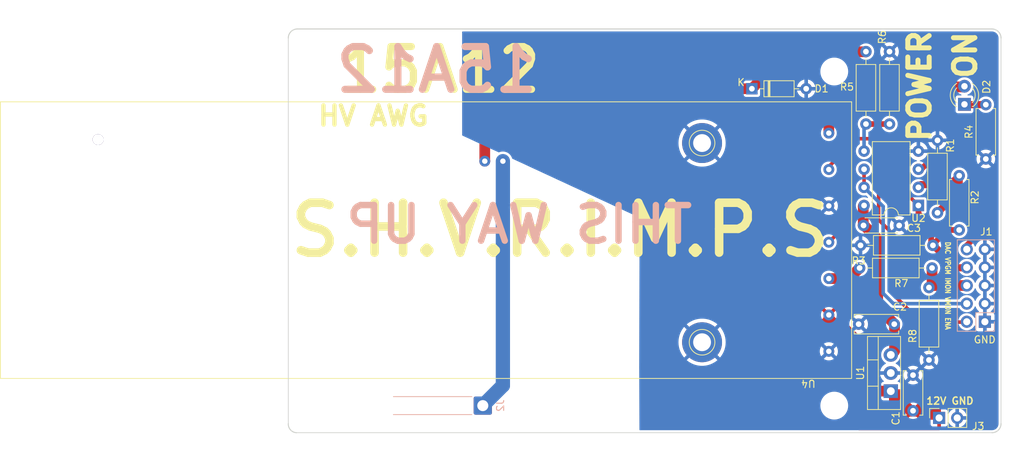
<source format=kicad_pcb>
(kicad_pcb (version 20211014) (generator pcbnew)
  (layers (0 "F.Cu" signal) (31 "B.Cu" signal) (34 "B.Paste" user) (35 "F.Paste" user) (36 "B.SilkS" user "B.Silkscreen") (37 "F.SilkS" user "F.Silkscreen") (38 "B.Mask" user) (39 "F.Mask" user) (44 "Edge.Cuts" user))
  (net 0 "")
  (net 1 "+12V")
  (net 2 "+5V")
  (net 3 "Net-(D2-Pad1)")
  (net 4 "Net-(D2-Pad2)")
  (net 5 "VPGM")
  (net 6 "Net-(R1-Pad1)")
  (net 7 "DAC_SIG")
  (net 8 "VMON")
  (net 9 "IMON")
  (net 10 "VMON_OPAMP")
  (net 11 "VMON_3V3")
  (net 12 "IMON_3V3")
  (net 13 "Net-(J2-Pad1)")
  (net 14 "ENABLE")
  (net 15 "SGND")
  (footprint "Resistor_THT:R_Axial_DIN0207_L6.3mm_D2.5mm_P10.16mm_Horizontal" (layer "F.Cu") (at 181.483 49.149 90)
    (fp_text reference "R1" (at 9.4234 1.8034 90) (layer "F.SilkS"))
    (fp_text value "4.7k")
    (fp_line (start 1.81 1.37) (end 8.35 1.37) (layer "F.SilkS") (width 0.12))
    (fp_line (start 8.35 -1.37) (end 1.81 -1.37) (layer "F.SilkS") (width 0.12))
    (fp_line (start 9.12 0) (end 8.35 0) (layer "F.SilkS") (width 0.12))
    (fp_line (start 1.04 0) (end 1.81 0) (layer "F.SilkS") (width 0.12))
    (fp_line (start 8.35 1.37) (end 8.35 -1.37) (layer "F.SilkS") (width 0.12))
    (fp_line (start 1.81 -1.37) (end 1.81 1.37) (layer "F.SilkS") (width 0.12))
    (pad "1" thru_hole circle (at 0 0 90) (size 1.6 1.6) (drill 0.8) (layers *.Cu *.Mask) (net 6 "Net-(R1-Pad1)"))
    (pad "2" thru_hole oval (at 10.16 0 90) (size 1.6 1.6) (drill 0.8) (layers *.Cu *.Mask) (net 15 "SGND"))
  )
  (footprint "MountingHole:MountingHole_3.2mm_M3" (layer "F.Cu") (at 167.005 76.2 180)
    (fp_text reference " " (at 0 -4.2 180) (layer "F.SilkS"))
    (fp_text value "MountingHole_3.2mm_M3")
    (pad "" np_thru_hole circle (at 0 0 180) (size 3.2 3.2) (drill 3.2) (layers *.Cu *.Mask))
  )
  (footprint "Diode_THT:D_DO-35_SOD27_P7.62mm_Horizontal" (layer "F.Cu") (at 155.448 31.75)
    (fp_text reference "D1" (at 9.779 0) (layer "F.SilkS"))
    (fp_text value "TZX3V6A-TR")
    (fp_text user "K" (at -1.524 -0.889) (layer "F.SilkS"))
    (fp_line (start 1.04 0) (end 1.69 0) (layer "F.SilkS") (width 0.12))
    (fp_line (start 2.41 -1.12) (end 2.41 1.12) (layer "F.SilkS") (width 0.12))
    (fp_line (start 2.53 -1.12) (end 2.53 1.12) (layer "F.SilkS") (width 0.12))
    (fp_line (start 5.93 -1.12) (end 1.69 -1.12) (layer "F.SilkS") (width 0.12))
    (fp_line (start 1.69 -1.12) (end 1.69 1.12) (layer "F.SilkS") (width 0.12))
    (fp_line (start 6.58 0) (end 5.93 0) (layer "F.SilkS") (width 0.12))
    (fp_line (start 1.69 1.12) (end 5.93 1.12) (layer "F.SilkS") (width 0.12))
    (fp_line (start 5.93 1.12) (end 5.93 -1.12) (layer "F.SilkS") (width 0.12))
    (fp_line (start 2.29 -1.12) (end 2.29 1.12) (layer "F.SilkS") (width 0.12))
    (pad "1" thru_hole rect (at 0 0) (size 1.6 1.6) (drill 0.8) (layers *.Cu *.Mask) (net 8 "VMON"))
    (pad "2" thru_hole oval (at 7.62 0) (size 1.6 1.6) (drill 0.8) (layers *.Cu *.Mask) (net 15 "SGND"))
  )
  (footprint "Capacitor_THT:C_Disc_D6.0mm_W2.5mm_P5.00mm" (layer "F.Cu") (at 178.054 76.922 90)
    (fp_text reference "C1" (at -1.056 -2.413 90) (layer "F.SilkS"))
    (fp_text value "0.1uF")
    (fp_line (start 5.62 -1.37) (end 5.62 -0.925) (layer "F.SilkS") (width 0.12))
    (fp_line (start -0.62 0.925) (end -0.62 1.37) (layer "F.SilkS") (width 0.12))
    (fp_line (start -0.62 -1.37) (end 5.62 -1.37) (layer "F.SilkS") (width 0.12))
    (fp_line (start 5.62 0.925) (end 5.62 1.37) (layer "F.SilkS") (width 0.12))
    (fp_line (start -0.62 -1.37) (end -0.62 -0.925) (layer "F.SilkS") (width 0.12))
    (fp_line (start -0.62 1.37) (end 5.62 1.37) (layer "F.SilkS") (width 0.12))
    (pad "1" thru_hole circle (at 0 0 90) (size 1.6 1.6) (drill 0.8) (layers *.Cu *.Mask) (net 1 "+12V"))
    (pad "2" thru_hole circle (at 5 0 90) (size 1.6 1.6) (drill 0.8) (layers *.Cu *.Mask) (net 15 "SGND"))
  )
  (footprint "Resistor_THT:R_Axial_DIN0207_L6.3mm_D2.5mm_P10.16mm_Horizontal" (layer "F.Cu") (at 180.721 56.896 180)
    (fp_text reference "R7" (at 4.318 -2.159) (layer "F.SilkS"))
    (fp_text value "3k9")
    (fp_line (start 1.81 -1.37) (end 1.81 1.37) (layer "F.SilkS") (width 0.12))
    (fp_line (start 1.81 1.37) (end 8.35 1.37) (layer "F.SilkS") (width 0.12))
    (fp_line (start 1.04 0) (end 1.81 0) (layer "F.SilkS") (width 0.12))
    (fp_line (start 9.12 0) (end 8.35 0) (layer "F.SilkS") (width 0.12))
    (fp_line (start 8.35 -1.37) (end 1.81 -1.37) (layer "F.SilkS") (width 0.12))
    (fp_line (start 8.35 1.37) (end 8.35 -1.37) (layer "F.SilkS") (width 0.12))
    (pad "1" thru_hole circle (at 0 0 180) (size 1.6 1.6) (drill 0.8) (layers *.Cu *.Mask) (net 12 "IMON_3V3"))
    (pad "2" thru_hole oval (at 10.16 0 180) (size 1.6 1.6) (drill 0.8) (layers *.Cu *.Mask) (net 9 "IMON"))
  )
  (footprint "MountingHole:MountingHole_3.2mm_M3" (layer "F.Cu") (at 94 76.2 180)
    (fp_text reference " " (at 0 -4.2 180) (layer "F.SilkS"))
    (fp_text value "MountingHole_3.2mm_M3")
    (pad "" np_thru_hole circle (at 0 0 180) (size 3.2 3.2) (drill 3.2) (layers *.Cu *.Mask))
  )
  (footprint "Resistor_THT:R_Axial_DIN0207_L6.3mm_D2.5mm_P10.16mm_Horizontal" (layer "F.Cu") (at 171.45 36.703 90)
    (fp_text reference "R5" (at 5.207 -2.667 180) (layer "F.SilkS"))
    (fp_text value "3k9")
    (fp_line (start 9.12 0) (end 8.35 0) (layer "F.SilkS") (width 0.12))
    (fp_line (start 1.04 0) (end 1.81 0) (layer "F.SilkS") (width 0.12))
    (fp_line (start 8.35 -1.37) (end 1.81 -1.37) (layer "F.SilkS") (width 0.12))
    (fp_line (start 1.81 1.37) (end 8.35 1.37) (layer "F.SilkS") (width 0.12))
    (fp_line (start 1.81 -1.37) (end 1.81 1.37) (layer "F.SilkS") (width 0.12))
    (fp_line (start 8.35 1.37) (end 8.35 -1.37) (layer "F.SilkS") (width 0.12))
    (pad "1" thru_hole circle (at 0 0 90) (size 1.6 1.6) (drill 0.8) (layers *.Cu *.Mask) (net 10 "VMON_OPAMP"))
    (pad "2" thru_hole oval (at 10.16 0 90) (size 1.6 1.6) (drill 0.8) (layers *.Cu *.Mask) (net 8 "VMON"))
  )
  (footprint "MountingHole:MountingHole_3.2mm_M3_DIN965_Pad" (layer "F.Cu") (at 148.463 67.31)
    (fp_text reference " " (at 0 -3.8) (layer "F.SilkS"))
    (fp_text value "MountingHole_3.2mm_M3_DIN965_Pad")
    (pad "1" thru_hole circle (at 0 0) (size 5.6 5.6) (drill 2.5) (layers *.Cu *.Mask) (net 15 "SGND"))
  )
  (footprint "MountingHole:MountingHole_3.2mm_M3" (layer "F.Cu") (at 167.005 29.337 180)
    (fp_text reference " " (at 0 -4.2 180) (layer "F.SilkS"))
    (fp_text value "MountingHole_3.2mm_M3")
    (pad "" np_thru_hole circle (at 0 0 180) (size 3.2 3.2) (drill 3.2) (layers *.Cu *.Mask))
  )
  (footprint "Resistor_THT:R_Axial_DIN0207_L6.3mm_D2.5mm_P7.62mm_Horizontal" (layer "F.Cu") (at 188.2648 41.6052 90)
    (fp_text reference "R4" (at 3.81 -2.37 90) (layer "F.SilkS"))
    (fp_text value "2.2k")
    (fp_line (start 0.54 1.37) (end 7.08 1.37) (layer "F.SilkS") (width 0.12))
    (fp_line (start 0.54 -1.04) (end 0.54 -1.37) (layer "F.SilkS") (width 0.12))
    (fp_line (start 7.08 -1.37) (end 7.08 -1.04) (layer "F.SilkS") (width 0.12))
    (fp_line (start 0.54 1.04) (end 0.54 1.37) (layer "F.SilkS") (width 0.12))
    (fp_line (start 0.54 -1.37) (end 7.08 -1.37) (layer "F.SilkS") (width 0.12))
    (fp_line (start 7.08 1.37) (end 7.08 1.04) (layer "F.SilkS") (width 0.12))
    (pad "1" thru_hole circle (at 0 0 90) (size 1.6 1.6) (drill 0.8) (layers *.Cu *.Mask) (net 15 "SGND"))
    (pad "2" thru_hole oval (at 7.62 0 90) (size 1.6 1.6) (drill 0.8) (layers *.Cu *.Mask) (net 3 "Net-(D2-Pad1)"))
  )
  (footprint "LED_THT:LED_D3.0mm_Clear" (layer "F.Cu") (at 185.2676 33.9394 90)
    (fp_text reference "D2" (at 2.4434 3.0988 90) (layer "F.SilkS"))
    (fp_text value "LED")
    (fp_line (start -0.29 1.08) (end -0.29 1.236) (layer "F.SilkS") (width 0.12))
    (fp_line (start -0.29 -1.236) (end -0.29 -1.08) (layer "F.SilkS") (width 0.12))
    (fp_arc (start 2.942335 1.078608) (mid 1.366487 1.987659) (end -0.29 1.235516) (layer "F.SilkS") (width 0.12))
    (fp_arc (start 2.31113 1.079837) (mid 1.270117 1.5) (end 0.229039 1.08) (layer "F.SilkS") (width 0.12))
    (fp_arc (start 0.229039 -1.08) (mid 1.270117 -1.5) (end 2.31113 -1.079837) (layer "F.SilkS") (width 0.12))
    (fp_arc (start -0.29 -1.235516) (mid 1.366487 -1.987659) (end 2.942335 -1.078608) (layer "F.SilkS") (width 0.12))
    (pad "1" thru_hole rect (at 0 0 90) (size 1.8 1.8) (drill 0.9) (layers *.Cu *.Mask) (net 3 "Net-(D2-Pad1)"))
    (pad "2" thru_hole circle (at 2.54 0 90) (size 1.8 1.8) (drill 0.9) (layers *.Cu *.Mask) (net 4 "Net-(D2-Pad2)"))
  )
  (footprint "" (layer "F.Cu") (at 148.463 39.37)
    (fp_text reference " " (at -1.905 4.572) (layer "F.SilkS") (effects (font (size 1.27 1.27))))
    (fp_text value "" (at 0 0) (layer "F.SilkS") (effects (font (size 1.27 1.27))))
    (pad "1" thru_hole circle (at 0 0) (size 5.6 5.6) (drill 2.5) (layers *.Cu *.Mask) (net 15 "SGND"))
  )
  (footprint "Library:Advanced Energy 15A12P4" (layer "F.Cu") (at 166.243 68.58 180)
    (fp_text reference "U4" (at 2.8702 -4.5212 180 unlocked) (layer "F.SilkS"))
    (fp_text value "15A12")
    (fp_rect (start -3.2 34.996) (end 116.2 -3.804) (layer "F.SilkS") (width 0.12) (fill none))
    (fp_circle (center 17.78 1.27) (end 19.576051 1.27) (layer "F.SilkS") (width 0.12) (fill none))
    (fp_circle (center 17.78 29.21) (end 19.576051 29.21) (layer "F.SilkS") (width 0.12) (fill none))
    (pad "" thru_hole circle (at 102.5 29.7 180) (size 1.524 1.524) (drill 6) (layers *.Cu *.Mask))
    (pad "1" thru_hole circle (at 0 -0.004 180) (size 1.524 1.524) (drill 0.762) (layers *.Cu *.Mask) (net 15 "SGND"))
    (pad "2" thru_hole circle (at 0 5.1 180) (size 1.524 1.524) (drill 0.762) (layers *.Cu *.Mask) (net 1 "+12V"))
    (pad "2-1" thru_hole circle (at 45.72 26.67 270) (size 1.524 1.524) (drill 0.762) (layers *.Cu *.Mask) (net 13 "Net-(J2-Pad1)"))
    (pad "2-2" thru_hole circle (at 48.26 26.67 180) (size 1.524 1.524) (drill 0.762) (layers *.Cu *.Mask) (net 8 "VMON"))
    (pad "3" thru_hole circle (at 0 10.2 180) (size 1.524 1.524) (drill 0.762) (layers *.Cu *.Mask) (net 9 "IMON"))
    (pad "4" thru_hole circle (at 0 15.3 180) (size 1.524 1.524) (drill 0.762) (layers *.Cu *.Mask) (net 14 "ENABLE"))
    (pad "5" thru_hole circle (at 0 20.4 180) (size 1.524 1.524) (drill 0.762) (layers *.Cu *.Mask) (net 15 "SGND"))
    (pad "6" thru_hole circle (at 0 25.5 180) (size 1.524 1.524) (drill 0.762) (layers *.Cu *.Mask) (net 5 "VPGM"))
    (pad "7" thru_hole circle (at 0 30.6 180) (size 1.524 1.524) (drill 0.762) (layers *.Cu *.Mask) (net 4 "Net-(D2-Pad2)"))
  )
  (footprint "Package_TO_SOT_THT:TO-220-3_Vertical" (layer "F.Cu") (at 174.935 74.168 90)
    (fp_text reference "U1" (at 2.54 -4.27 90) (layer "F.SilkS"))
    (fp_text value "LM7805_TO220")
    (fp_line (start -2.58 -3.27) (end 7.66 -3.27) (layer "F.SilkS") (width 0.12))
    (fp_line (start -2.58 -1.76) (end 7.66 -1.76) (layer "F.SilkS") (width 0.12))
    (fp_line (start 0.69 -3.27) (end 0.69 -1.76) (layer "F.SilkS") (width 0.12))
    (fp_line (start 4.391 -3.27) (end 4.391 -1.76) (layer "F.SilkS") (width 0.12))
    (fp_line (start -2.58 -3.27) (end -2.58 1.371) (layer "F.SilkS") (width 0.12))
    (fp_line (start 7.66 -3.27) (end 7.66 1.371) (layer "F.SilkS") (width 0.12))
    (fp_line (start -2.58 1.371) (end 7.66 1.371) (layer "F.SilkS") (width 0.12))
    (pad "1" thru_hole rect (at 0 0 90) (size 1.905 2) (drill 1.1) (layers *.Cu *.Mask) (net 1 "+12V"))
    (pad "2" thru_hole oval (at 2.54 0 90) (size 1.905 2) (drill 1.1) (layers *.Cu *.Mask) (net 15 "SGND"))
    (pad "3" thru_hole oval (at 5.08 0 90) (size 1.905 2) (drill 1.1) (layers *.Cu *.Mask) (net 2 "+5V"))
  )
  (footprint "Capacitor_THT:C_Disc_D6.0mm_W2.5mm_P5.00mm" (layer "F.Cu") (at 175.4232 64.77 180)
    (fp_text reference "C2" (at -0.802 2.413) (layer "F.SilkS"))
    (fp_text value "0.1uF")
    (fp_line (start -0.62 -1.37) (end 5.62 -1.37) (layer "F.SilkS") (width 0.12))
    (fp_line (start 5.62 -1.37) (end 5.62 -0.925) (layer "F.SilkS") (width 0.12))
    (fp_line (start -0.62 1.37) (end 5.62 1.37) (layer "F.SilkS") (width 0.12))
    (fp_line (start -0.62 0.925) (end -0.62 1.37) (layer "F.SilkS") (width 0.12))
    (fp_line (start -0.62 -1.37) (end -0.62 -0.925) (layer "F.SilkS") (width 0.12))
    (fp_line (start 5.62 0.925) (end 5.62 1.37) (layer "F.SilkS") (width 0.12))
    (pad "1" thru_hole circle (at 0 0 180) (size 1.6 1.6) (drill 0.8) (layers *.Cu *.Mask) (net 2 "+5V"))
    (pad "2" thru_hole circle (at 5 0 180) (size 1.6 1.6) (drill 0.8) (layers *.Cu *.Mask) (net 15 "SGND"))
  )
  (footprint "Capacitor_THT:C_Disc_D4.3mm_W1.9mm_P5.00mm" (layer "F.Cu") (at 171.109 50.927)
    (fp_text reference "C3" (at 7.072 0.381) (layer "F.SilkS"))
    (fp_text value "0.1uF")
    (fp_line (start 4.77 -1.07) (end 4.77 -1.055) (layer "F.SilkS") (width 0.12))
    (fp_line (start 4.77 1.055) (end 4.77 1.07) (layer "F.SilkS") (width 0.12))
    (fp_line (start 0.23 -1.07) (end 4.77 -1.07) (layer "F.SilkS") (width 0.12))
    (fp_line (start 0.23 1.07) (end 4.77 1.07) (layer "F.SilkS") (width 0.12))
    (fp_line (start 0.23 1.055) (end 0.23 1.07) (layer "F.SilkS") (width 0.12))
    (fp_line (start 0.23 -1.07) (end 0.23 -1.055) (layer "F.SilkS") (width 0.12))
    (pad "1" thru_hole circle (at 0 0) (size 1.6 1.6) (drill 0.8) (layers *.Cu *.Mask) (net 2 "+5V"))
    (pad "2" thru_hole circle (at 5 0) (size 1.6 1.6) (drill 0.8) (layers *.Cu *.Mask) (net 15 "SGND"))
  )
  (footprint "Resistor_THT:R_Axial_DIN0207_L6.3mm_D2.5mm_P10.16mm_Horizontal" (layer "F.Cu") (at 174.752 26.543 -90)
    (fp_text reference "R6" (at -2.032 1.016 90) (layer "F.SilkS"))
    (fp_text value "1k1")
    (fp_line (start 8.35 -1.37) (end 1.81 -1.37) (layer "F.SilkS") (width 0.12))
    (fp_line (start 8.35 1.37) (end 8.35 -1.37) (layer "F.SilkS") (width 0.12))
    (fp_line (start 1.81 -1.37) (end 1.81 1.37) (layer "F.SilkS") (width 0.12))
    (fp_line (start 1.81 1.37) (end 8.35 1.37) (layer "F.SilkS") (width 0.12))
    (fp_line (start 9.12 0) (end 8.35 0) (layer "F.SilkS") (width 0.12))
    (fp_line (start 1.04 0) (end 1.81 0) (layer "F.SilkS") (width 0.12))
    (pad "1" thru_hole circle (at 0 0 270) (size 1.6 1.6) (drill 0.8) (layers *.Cu *.Mask) (net 15 "SGND"))
    (pad "2" thru_hole oval (at 10.16 0 270) (size 1.6 1.6) (drill 0.8) (layers *.Cu *.Mask) (net 10 "VMON_OPAMP"))
  )
  (footprint "Resistor_THT:R_Axial_DIN0207_L6.3mm_D2.5mm_P10.16mm_Horizontal" (layer "F.Cu") (at 180.2892 69.7992 90)
    (fp_text reference "R8" (at 3.3528 -2.286 90) (layer "F.SilkS"))
    (fp_text value "1k1")
    (fp_line (start 1.81 -1.37) (end 1.81 1.37) (layer "F.SilkS") (width 0.12))
    (fp_line (start 8.35 -1.37) (end 1.81 -1.37) (layer "F.SilkS") (width 0.12))
    (fp_line (start 1.04 0) (end 1.81 0) (layer "F.SilkS") (width 0.12))
    (fp_line (start 1.81 1.37) (end 8.35 1.37) (layer "F.SilkS") (width 0.12))
    (fp_line (start 8.35 1.37) (end 8.35 -1.37) (layer "F.SilkS") (width 0.12))
    (fp_line (start 9.12 0) (end 8.35 0) (layer "F.SilkS") (width 0.12))
    (pad "1" thru_hole circle (at 0 0 90) (size 1.6 1.6) (drill 0.8) (layers *.Cu *.Mask) (net 15 "SGND"))
    (pad "2" thru_hole oval (at 10.16 0 90) (size 1.6 1.6) (drill 0.8) (layers *.Cu *.Mask) (net 12 "IMON_3V3"))
  )
  (footprint "Resistor_THT:R_Axial_DIN0207_L6.3mm_D2.5mm_P10.16mm_Horizontal" (layer "F.Cu") (at 180.848 53.721 180)
    (fp_text reference "R3" (at 10.414 -2.159) (layer "F.SilkS"))
    (fp_text value "10k")
    (fp_line (start 1.81 1.37) (end 8.35 1.37) (layer "F.SilkS") (width 0.12))
    (fp_line (start 9.12 0) (end 8.35 0) (layer "F.SilkS") (width 0.12))
    (fp_line (start 1.81 -1.37) (end 1.81 1.37) (layer "F.SilkS") (width 0.12))
    (fp_line (start 8.35 -1.37) (end 1.81 -1.37) (layer "F.SilkS") (width 0.12))
    (fp_line (start 1.04 0) (end 1.81 0) (layer "F.SilkS") (width 0.12))
    (fp_line (start 8.35 1.37) (end 8.35 -1.37) (layer "F.SilkS") (width 0.12))
    (pad "1" thru_hole circle (at 0 0 180) (size 1.6 1.6) (drill 0.8) (layers *.Cu *.Mask) (net 5 "VPGM"))
    (pad "2" thru_hole oval (at 10.16 0 180) (size 1.6 1.6) (drill 0.8) (layers *.Cu *.Mask) (net 15 "SGND"))
  )
  (footprint "Connector_PinSocket_2.54mm:PinSocket_1x02_P2.54mm_Vertical" (layer "F.Cu") (at 181.7116 77.9272 90)
    (fp_text reference "J3" (at -1.1684 5.4864 180) (layer "F.SilkS"))
    (fp_text value "Conn_01x02_Male")
    (fp_line (start 0 -1.33) (end 1.33 -1.33) (layer "F.SilkS") (width 0.12))
    (fp_line (start -1.33 1.27) (end -1.33 3.87) (layer "F.SilkS") (width 0.12))
    (fp_line (start 1.33 1.27) (end 1.33 3.87) (layer "F.SilkS") (width 0.12))
    (fp_line (start 1.33 -1.33) (end 1.33 0) (layer "F.SilkS") (width 0.12))
    (fp_line (start -1.33 3.87) (end 1.33 3.87) (layer "F.SilkS") (width 0.12))
    (fp_line (start -1.33 1.27) (end 1.33 1.27) (layer "F.SilkS") (width 0.12))
    (pad "1" thru_hole rect (at 0 0 90) (size 1.7 1.7) (drill 1) (layers *.Cu *.Mask) (net 1 "+12V"))
    (pad "2" thru_hole oval (at 0 2.54 90) (size 1.7 1.7) (drill 1) (layers *.Cu *.Mask) (net 15 "SGND"))
  )
  (footprint "MountingHole:MountingHole_3.2mm_M3" (layer "F.Cu") (at 94 29.337 180)
    (fp_text reference " " (at 0 -4.2 180) (layer "F.SilkS"))
    (fp_text value "MountingHole_3.2mm_M3")
    (pad "" np_thru_hole circle (at 0 0 180) (size 3.2 3.2) (drill 3.2) (layers *.Cu *.Mask))
  )
  (footprint "Resistor_THT:R_Axial_DIN0207_L6.3mm_D2.5mm_P7.62mm_Horizontal" (layer "F.Cu") (at 184.531 43.942 -90)
    (fp_text reference "R2" (at 3.048 -2.2098 -90) (layer "F.SilkS"))
    (fp_text value "2k")
    (fp_line (start 0.54 1.37) (end 7.08 1.37) (layer "F.SilkS") (width 0.12))
    (fp_line (start 0.54 1.04) (end 0.54 1.37) (layer "F.SilkS") (width 0.12))
    (fp_line (start 0.54 -1.04) (end 0.54 -1.37) (layer "F.SilkS") (width 0.12))
    (fp_line (start 7.08 -1.37) (end 7.08 -1.04) (layer "F.SilkS") (width 0.12))
    (fp_line (start 0.54 -1.37) (end 7.08 -1.37) (layer "F.SilkS") (width 0.12))
    (fp_line (start 7.08 1.37) (end 7.08 1.04) (layer "F.SilkS") (width 0.12))
    (pad "1" thru_hole circle (at 0 0 270) (size 1.6 1.6) (drill 0.8) (layers *.Cu *.Mask) (net 6 "Net-(R1-Pad1)"))
    (pad "2" thru_hole oval (at 7.62 0 270) (size 1.6 1.6) (drill 0.8) (layers *.Cu *.Mask) (net 5 "VPGM"))
  )
  (footprint "Package_DIP:DIP-8_W7.62mm" (layer "F.Cu") (at 178.806 48.123 180)
    (fp_text reference "U2" (at -0.01 -1.788) (layer "F.SilkS"))
    (fp_text value "NE5532")
    (fp_line (start 1.16 8.95) (end 6.46 8.95) (layer "F.SilkS") (width 0.12))
    (fp_line (start 6.46 8.95) (end 6.46 -1.33) (layer "F.SilkS") (width 0.12))
    (fp_line (start 6.46 -1.33) (end 4.81 -1.33) (layer "F.SilkS") (width 0.12))
    (fp_line (start 2.81 -1.33) (end 1.16 -1.33) (layer "F.SilkS") (width 0.12))
    (fp_line (start 1.16 -1.33) (end 1.16 8.95) (layer "F.SilkS") (width 0.12))
    (fp_arc (start 4.81 -1.33) (mid 3.81 -0.33) (end 2.81 -1.33) (layer "F.SilkS") (width 0.12))
    (pad "1" thru_hole rect (at 0 0 180) (size 1.6 1.6) (drill 0.8) (layers *.Cu *.Mask) (net 5 "VPGM"))
    (pad "2" thru_hole oval (at 0 2.54 180) (size 1.6 1.6) (drill 0.8) (layers *.Cu *.Mask) (net 6 "Net-(R1-Pad1)"))
    (pad "3" thru_hole oval (at 0 5.08 180) (size 1.6 1.6) (drill 0.8) (layers *.Cu *.Mask) (net 7 "DAC_SIG"))
    (pad "4" thru_hole oval (at 0 7.62 180) (size 1.6 1.6) (drill 0.8) (layers *.Cu *.Mask) (net 15 "SGND"))
    (pad "5" thru_hole oval (at 7.62 7.62 180) (size 1.6 1.6) (drill 0.8) (layers *.Cu *.Mask) (net 10 "VMON_OPAMP"))
    (pad "6" thru_hole oval (at 7.62 5.08 180) (size 1.6 1.6) (drill 0.8) (layers *.Cu *.Mask) (net 11 "VMON_3V3"))
    (pad "7" thru_hole oval (at 7.62 2.54 180) (size 1.6 1.6) (drill 0.8) (layers *.Cu *.Mask) (net 11 "VMON_3V3"))
    (pad "8" thru_hole oval (at 7.62 0 180) (size 1.6 1.6) (drill 0.8) (layers *.Cu *.Mask) (net 2 "+5V"))
  )
  (footprint "Connector_Wire:SolderWire-0.75sqmm_1x01_D1.25mm_OD2.3mm_Relief" (layer "B.Cu") (at 117.704 76.2 90)
    (fp_text reference "J2" (at 0 2.47 90) (layer "B.SilkS") (effects (justify mirror)))
    (fp_text value "Conn_01x01_Male")
    (fp_line (start 1.26 -1.535) (end 1.26 -12.54) (layer "B.SilkS") (width 0.12))
    (fp_line (start -1.26 -1.535) (end -1.26 -12.54) (layer "B.SilkS") (width 0.12))
    (pad "" np_thru_hole circle (at 0 -13.8 90) (size 2.8 2.8) (drill 2.8) (layers *.Cu *.Mask))
    (pad "1" thru_hole roundrect (at 0 0 90) (size 2.55 2.55) (drill 1.55) (layers *.Cu *.Mask) (roundrect_rratio 0.09803882353) (net 13 "Net-(J2-Pad1)"))
  )
  (footprint "Connector_PinSocket_2.54mm:PinSocket_2x05_P2.54mm_Vertical" (layer "B.Cu") (at 188.1324 64.4352)
    (fp_text reference "J1" (at 0.2086 -12.6192) (layer "F.SilkS"))
    (fp_text value "Conn_01x07_Male")
    (fp_line (start -1.27 -1.27) (end 1.33 -1.27) (layer "B.SilkS") (width 0.12))
    (fp_line (start 1.33 1.33) (end 1.33 0) (layer "B.SilkS") (width 0.12))
    (fp_line (start -3.87 -11.49) (end 1.33 -11.49) (layer "B.SilkS") (width 0.12))
    (fp_line (start -3.87 1.33) (end -1.27 1.33) (layer "B.SilkS") (width 0.12))
    (fp_line (start -3.87 1.33) (end -3.87 -11.49) (layer "B.SilkS") (width 0.12))
    (fp_line (start 0 1.33) (end 1.33 1.33) (layer "B.SilkS") (width 0.12))
    (fp_line (start -1.27 1.33) (end -1.27 -1.27) (layer "B.SilkS") (width 0.12))
    (fp_line (start 1.33 -1.27) (end 1.33 -11.49) (layer "B.SilkS") (width 0.12))
    (pad "1" thru_hole rect (at 0 0) (size 1.7 1.7) (drill 1) (layers *.Cu *.Mask) (net 15 "SGND"))
    (pad "2" thru_hole oval (at -2.54 0) (size 1.7 1.7) (drill 1) (layers *.Cu *.Mask) (net 14 "ENABLE"))
    (pad "3" thru_hole oval (at 0 -2.54) (size 1.7 1.7) (drill 1) (layers *.Cu *.Mask) (net 15 "SGND"))
    (pad "4" thru_hole oval (at -2.54 -2.54) (size 1.7 1.7) (drill 1) (layers *.Cu *.Mask) (net 11 "VMON_3V3"))
    (pad "5" thru_hole oval (at 0 -5.08) (size 1.7 1.7) (drill 1) (layers *.Cu *.Mask) (net 15 "SGND"))
    (pad "6" thru_hole oval (at -2.54 -5.08) (size 1.7 1.7) (drill 1) (layers *.Cu *.Mask) (net 12 "IMON_3V3"))
    (pad "7" thru_hole oval (at 0 -7.62) (size 1.7 1.7) (drill 1) (layers *.Cu *.Mask) (net 15 "SGND"))
    (pad "8" thru_hole oval (at -2.54 -7.62) (size 1.7 1.7) (drill 1) (layers *.Cu *.Mask) (net 5 "VPGM"))
    (pad "9" thru_hole oval (at 0 -10.16) (size 1.7 1.7) (drill 1) (layers *.Cu *.Mask) (net 15 "SGND"))
    (pad "10" thru_hole oval (at -2.54 -10.16) (size 1.7 1.7) (drill 1) (layers *.Cu *.Mask) (net 7 "DAC_SIG"))
  )
  (gr_line (start 90.424 24.638) (end 90.424 78.73) (layer "Edge.Cuts") (width 0.1))
  (gr_arc (start 91.562 80) (mid 90.729972 79.60069) (end 90.424 78.73) (layer "Edge.Cuts") (width 0.15))
  (gr_line (start 189.120974 23.368) (end 91.689 23.368) (layer "Edge.Cuts") (width 0.15))
  (gr_arc (start 190.4 78.730968) (mid 190.031168 79.625473) (end 189.139032 80) (layer "Edge.Cuts") (width 0.15))
  (gr_arc (start 189.120974 23.368) (mid 190.022204 23.739422) (end 190.4 24.638) (layer "Edge.Cuts") (width 0.15))
  (gr_line (start 91.562 80) (end 189.139032 80) (layer "Edge.Cuts") (width 0.1))
  (gr_line (start 190.4 78.730968) (end 190.4 24.638) (layer "Edge.Cuts") (width 0.1))
  (gr_arc (start 90.424 24.638) (mid 90.794204 23.741737) (end 91.689 23.368) (layer "Edge.Cuts") (width 0.15))
  (gr_text "15A12" (at 125.8824 29.1084) (layer "B.SilkS") (effects (font (size 6 6) (thickness 1)) (justify left mirror)))
  (gr_text "THIS WAY UP" (at 147.574 50.8) (layer "B.SilkS") (effects (font (size 5 5) (thickness 0.9)) (justify left mirror)))
  (gr_text "HV AWG" (at 102.362 35.56) (layer "F.SilkS") (effects (font (size 2.7 2.7) (thickness 0.6))))
  (gr_text "S.H.V.R.I.M.P.S" (at 128.524 51.562) (layer "F.SilkS") (effects (font (size 7 7) (thickness 1.2))))
  (gr_text "DAC VPGM IMON VMON ENA" (at 182.9308 59.3852 -90) (layer "F.SilkS") (effects (font (size 0.7 0.6))))
  (gr_text "GND" (at 188.1124 66.9544) (layer "F.SilkS") (effects (font (size 1 1))))
  (gr_text "POWER" (at 178.9684 23.2664 90) (layer "F.SilkS") (effects (font (size 3 3) (thickness 0.7)) (justify right)))
  (gr_text "ON" (at 185.3692 23.4188 90) (layer "F.SilkS") (effects (font (size 3 3) (thickness 0.7)) (justify right)))
  (gr_text "15A12" (at 97.028 29.1084) (layer "F.SilkS") (effects (font (size 6 6) (thickness 1)) (justify left)))
  (gr_text "12V GND" (at 183.2356 75.5396) (layer "F.SilkS") (effects (font (size 1 1) (thickness 0.2))))
  (segment (start 166.243 63.48) (end 166.243 64.008) (width 1.5) (layer "F.Cu") (net 1))
  (segment (start 166.243 64.008) (end 171.577 69.342) (width 1.5) (layer "F.Cu") (net 1))
  (segment (start 174.935 74.168) (end 177.754511 76.987511) (width 1.5) (layer "F.Cu") (net 1))
  (segment (start 177.754511 76.987511) (end 180.771911 76.987511) (width 1.5) (layer "F.Cu") (net 1))
  (segment (start 171.577 69.342) (end 171.577 74.168) (width 1.5) (layer "F.Cu") (net 1))
  (segment (start 180.771911 76.987511) (end 181.7116 77.9272) (width 1.5) (layer "F.Cu") (net 1))
  (segment (start 171.577 74.168) (end 174.935 74.168) (width 1.5) (layer "F.Cu") (net 1))
  (segment (start 171.186 48.123) (end 171.069 48.24) (width 1.5) (layer "F.Cu") (net 2))
  (segment (start 175.4632 64.77) (end 175.4632 68.5598) (width 1.5) (layer "F.Cu") (net 2))
  (segment (start 173.101 62.4078) (end 175.4632 64.77) (width 1.5) (layer "F.Cu") (net 2))
  (segment (start 171.109 50.927) (end 171.196 50.927) (width 1.5) (layer "F.Cu") (net 2))
  (segment (start 173.101 52.832) (end 173.101 62.4078) (width 1.5) (layer "F.Cu") (net 2))
  (segment (start 171.196 50.927) (end 173.101 52.832) (width 1.5) (layer "F.Cu") (net 2))
  (segment (start 175.4632 68.5598) (end 174.935 69.088) (width 1.5) (layer "F.Cu") (net 2))
  (segment (start 171.069 50.887) (end 171.109 50.927) (width 1.5) (layer "F.Cu") (net 2))
  (segment (start 171.069 48.24) (end 171.069 50.887) (width 1.5) (layer "F.Cu") (net 2))
  (segment (start 185.2676 33.9394) (end 185.3134 33.9852) (width 1) (layer "F.Cu") (net 3))
  (segment (start 185.3134 33.9852) (end 188.2648 33.9852) (width 1) (layer "F.Cu") (net 3))
  (segment (start 169.5704 31.496) (end 166.243 34.8234) (width 1.5) (layer "F.Cu") (net 4))
  (segment (start 185.171 31.496) (end 169.5704 31.496) (width 1.5) (layer "F.Cu") (net 4))
  (segment (start 185.2676 31.3994) (end 185.171 31.496) (width 1.5) (layer "F.Cu") (net 4))
  (segment (start 166.243 34.8234) (end 166.243 37.98) (width 1.5) (layer "F.Cu") (net 4))
  (segment (start 168.0972 37.6428) (end 168.0972 40.8178) (width 0.5) (layer "F.Cu") (net 5))
  (segment (start 180.9496 53.7464) (end 184.0692 56.866) (width 1) (layer "F.Cu") (net 5))
  (segment (start 184.0692 56.866) (end 185.3892 56.866) (width 1) (layer "F.Cu") (net 5))
  (segment (start 180.721 53.721) (end 182.88 51.562) (width 0.8) (layer "F.Cu") (net 5))
  (segment (start 180.594 53.721) (end 180.721 53.721) (width 0.8) (layer "F.Cu") (net 5))
  (segment (start 168.0972 40.8178) (end 166.243 42.672) (width 0.5) (layer "F.Cu") (net 5))
  (segment (start 171.196 34.544) (end 168.0972 37.6428) (width 0.5) (layer "F.Cu") (net 5))
  (segment (start 177.1904 36.9824) (end 174.752 34.544) (width 0.5) (layer "F.Cu") (net 5))
  (segment (start 180.7218 53.7464) (end 180.9496 53.7464) (width 1) (layer "F.Cu") (net 5))
  (segment (start 177.1904 46.5074) (end 177.1904 36.9824) (width 0.5) (layer "F.Cu") (net 5))
  (segment (start 178.816 49.276) (end 178.816 48.133) (width 0.8) (layer "F.Cu") (net 5))
  (segment (start 178.816 48.133) (end 177.1904 46.5074) (width 0.5) (layer "F.Cu") (net 5))
  (segment (start 180.594 53.721) (end 180.594 51.054) (width 0.8) (layer "F.Cu") (net 5))
  (segment (start 180.594 51.054) (end 178.816 49.276) (width 0.8) (layer "F.Cu") (net 5))
  (segment (start 174.752 34.544) (end 171.196 34.544) (width 0.5) (layer "F.Cu") (net 5))
  (segment (start 182.88 51.562) (end 184.531 51.562) (width 0.8) (layer "F.Cu") (net 5))
  (segment (start 183.271 45.202) (end 179.187 45.202) (width 1) (layer "F.Cu") (net 6))
  (segment (start 179.187 45.202) (end 178.806 45.583) (width 1) (layer "F.Cu") (net 6))
  (segment (start 184.531 46.101) (end 184.531 43.942) (width 1) (layer "F.Cu") (net 6))
  (segment (start 184.531 43.942) (end 183.271 45.202) (width 1) (layer "F.Cu") (net 6))
  (segment (start 181.483 49.149) (end 184.531 46.101) (width 1) (layer "F.Cu") (net 6))
  (segment (start 187.0964 52.2224) (end 187.0964 43.2054) (width 0.8) (layer "F.Cu") (net 7))
  (segment (start 185.5924 53.7264) (end 187.0964 52.2224) (width 0.8) (layer "F.Cu") (net 7))
  (segment (start 185.5924 54.2752) (end 185.5924 53.7264) (width 0.8) (layer "F.Cu") (net 7))
  (segment (start 180.1876 42.0624) (end 179.207 43.043) (width 0.8) (layer "F.Cu") (net 7))
  (segment (start 187.0964 43.2054) (end 185.9534 42.0624) (width 0.8) (layer "F.Cu") (net 7))
  (segment (start 185.9534 42.0624) (end 180.1876 42.0624) (width 0.8) (layer "F.Cu") (net 7))
  (segment (start 171.4246 26.5684) (end 160.6296 26.5684) (width 1.5) (layer "F.Cu") (net 8))
  (segment (start 160.6296 26.5684) (end 155.448 31.75) (width 1.5) (layer "F.Cu") (net 8))
  (segment (start 117.983 34.417) (end 120.65 31.75) (width 1.5) (layer "F.Cu") (net 8))
  (segment (start 120.65 31.75) (end 155.448 31.75) (width 1.5) (layer "F.Cu") (net 8))
  (segment (start 171.45 26.543) (end 171.4246 26.5684) (width 1.5) (layer "F.Cu") (net 8))
  (segment (start 117.983 41.91) (end 117.983 34.417) (width 1.5) (layer "F.Cu") (net 8))
  (segment (start 170.561 56.896) (end 169.077 58.38) (width 1.5) (layer "F.Cu") (net 9))
  (segment (start 169.077 58.38) (end 166.243 58.38) (width 1.5) (layer "F.Cu") (net 9))
  (segment (start 171.45 36.703) (end 174.752 36.703) (width 0.8) (layer "F.Cu") (net 10))
  (segment (start 171.186 36.967) (end 171.45 36.703) (width 0.5) (layer "B.Cu") (net 10))
  (segment (start 171.186 40.503) (end 171.186 36.967) (width 0.5) (layer "B.Cu") (net 10))
  (segment (start 171.186 43.043) (end 171.186 45.583) (width 0.5) (layer "F.Cu") (net 11))
  (segment (start 175.3062 61.8952) (end 185.5924 61.8952) (width 0.5) (layer "B.Cu") (net 11))
  (segment (start 173.863 60.452) (end 175.3062 61.8952) (width 0.5) (layer "B.Cu") (net 11))
  (segment (start 171.186 45.583) (end 173.863 48.26) (width 0.5) (layer "B.Cu") (net 11))
  (segment (start 173.863 48.26) (end 173.863 60.452) (width 0.5) (layer "B.Cu") (net 11))
  (segment (start 180.721 59.2074) (end 180.5732 59.3552) (width 1.5) (layer "F.Cu") (net 12))
  (segment (start 180.5732 59.3552) (end 185.5416 59.3552) (width 1.5) (layer "F.Cu") (net 12))
  (segment (start 180.721 56.896) (end 180.721 59.2074) (width 1.5) (layer "F.Cu") (net 12))
  (segment (start 117.704 76.2) (end 120.523 73.381) (width 2) (layer "B.Cu") (net 13))
  (segment (start 120.523 73.381) (end 120.523 41.91) (width 2) (layer "B.Cu") (net 13))
  (segment (start 172.1104 38.7604) (end 170.3324 38.7604) (width 0.5) (layer "F.Cu") (net 14))
  (segment (start 173.228 39.878) (end 172.1104 38.7604) (width 0.5) (layer "F.Cu") (net 14))
  (segment (start 175.768 52.6796) (end 173.228 50.1396) (width 0.5) (layer "F.Cu") (net 14))
  (segment (start 185.5416 64.486) (end 179.167 64.486) (width 0.5) (layer "F.Cu") (net 14))
  (segment (start 169.291 50.232) (end 166.243 53.28) (width 0.5) (layer "F.Cu") (net 14))
  (segment (start 179.167 64.486) (end 175.768 61.087) (width 0.5) (layer "F.Cu") (net 14))
  (segment (start 175.768 61.087) (end 175.768 52.6796) (width 0.5) (layer "F.Cu") (net 14))
  (segment (start 170.3324 38.7604) (end 169.291 39.8018) (width 0.5) (layer "F.Cu") (net 14))
  (segment (start 169.291 39.8018) (end 169.291 50.232) (width 0.5) (layer "F.Cu") (net 14))
  (segment (start 173.228 50.1396) (end 173.228 39.878) (width 0.5) (layer "F.Cu") (net 14))
  (zone (net 1) (net_name "+12V") (layer "F.Cu") (name "EARTH") (connect_pads thru_hole_only (clearance 0.35)) (min_thickness 0.127) (fill yes (thermal_gap 0.508) (thermal_bridge_width 0.508) (smoothing fillet) (radius 1))
    (polygon (pts (xy 167.894 63.754) (xy 173.101 68.961) (xy 173.101 73.279) (xy 176.53 73.279) (xy 178.562 73.279) (xy 181.61 73.279) (xy 182.0164 73.279) (xy 182.0164 80.518) (xy 170.18 80.518) (xy 170.18 70.104) (xy 164.592 64.516) (xy 164.592 61.976) (xy 167.894 61.976)))
  )
  (zone (net 15) (net_name "SGND") (layer "B.Cu") (name "EARTH") (connect_pads thru_hole_only (clearance 0.35)) (min_thickness 0.127) (fill yes (thermal_gap 0.508) (thermal_bridge_width 0.508))
    (polygon (pts (xy 139.68563 81.99242) (xy 139.642782 70.828749) (xy 139.7 49.8348) (xy 114.808 38.3032) (xy 114.808 19.304) (xy 139.446 19.558) (xy 190.722977 19.682728) (xy 190.744824 82.127366)))
  )
)
</source>
